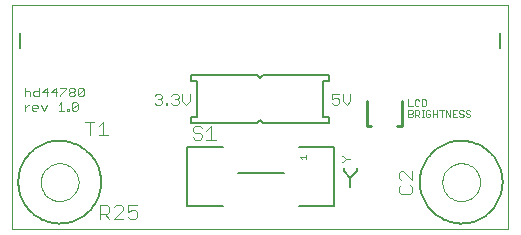
<source format=gto>
G75*
G70*
%OFA0B0*%
%FSLAX24Y24*%
%IPPOS*%
%LPD*%
%AMOC8*
5,1,8,0,0,1.08239X$1,22.5*
%
%ADD10C,0.0000*%
%ADD11C,0.0060*%
%ADD12C,0.0030*%
%ADD13C,0.0020*%
%ADD14C,0.0100*%
%ADD15C,0.0080*%
%ADD16C,0.0040*%
%ADD17C,0.0050*%
%ADD18C,0.0079*%
D10*
X000100Y000264D02*
X000100Y007744D01*
X016635Y007744D01*
X016635Y000264D01*
X000100Y000264D01*
X001045Y001838D02*
X001047Y001888D01*
X001053Y001938D01*
X001063Y001987D01*
X001077Y002035D01*
X001094Y002082D01*
X001115Y002127D01*
X001140Y002171D01*
X001168Y002212D01*
X001200Y002251D01*
X001234Y002288D01*
X001271Y002322D01*
X001311Y002352D01*
X001353Y002379D01*
X001397Y002403D01*
X001443Y002424D01*
X001490Y002440D01*
X001538Y002453D01*
X001588Y002462D01*
X001637Y002467D01*
X001688Y002468D01*
X001738Y002465D01*
X001787Y002458D01*
X001836Y002447D01*
X001884Y002432D01*
X001930Y002414D01*
X001975Y002392D01*
X002018Y002366D01*
X002059Y002337D01*
X002098Y002305D01*
X002134Y002270D01*
X002166Y002232D01*
X002196Y002192D01*
X002223Y002149D01*
X002246Y002105D01*
X002265Y002059D01*
X002281Y002011D01*
X002293Y001962D01*
X002301Y001913D01*
X002305Y001863D01*
X002305Y001813D01*
X002301Y001763D01*
X002293Y001714D01*
X002281Y001665D01*
X002265Y001617D01*
X002246Y001571D01*
X002223Y001527D01*
X002196Y001484D01*
X002166Y001444D01*
X002134Y001406D01*
X002098Y001371D01*
X002059Y001339D01*
X002018Y001310D01*
X001975Y001284D01*
X001930Y001262D01*
X001884Y001244D01*
X001836Y001229D01*
X001787Y001218D01*
X001738Y001211D01*
X001688Y001208D01*
X001637Y001209D01*
X001588Y001214D01*
X001538Y001223D01*
X001490Y001236D01*
X001443Y001252D01*
X001397Y001273D01*
X001353Y001297D01*
X001311Y001324D01*
X001271Y001354D01*
X001234Y001388D01*
X001200Y001425D01*
X001168Y001464D01*
X001140Y001505D01*
X001115Y001549D01*
X001094Y001594D01*
X001077Y001641D01*
X001063Y001689D01*
X001053Y001738D01*
X001047Y001788D01*
X001045Y001838D01*
X014431Y001838D02*
X014433Y001888D01*
X014439Y001938D01*
X014449Y001987D01*
X014463Y002035D01*
X014480Y002082D01*
X014501Y002127D01*
X014526Y002171D01*
X014554Y002212D01*
X014586Y002251D01*
X014620Y002288D01*
X014657Y002322D01*
X014697Y002352D01*
X014739Y002379D01*
X014783Y002403D01*
X014829Y002424D01*
X014876Y002440D01*
X014924Y002453D01*
X014974Y002462D01*
X015023Y002467D01*
X015074Y002468D01*
X015124Y002465D01*
X015173Y002458D01*
X015222Y002447D01*
X015270Y002432D01*
X015316Y002414D01*
X015361Y002392D01*
X015404Y002366D01*
X015445Y002337D01*
X015484Y002305D01*
X015520Y002270D01*
X015552Y002232D01*
X015582Y002192D01*
X015609Y002149D01*
X015632Y002105D01*
X015651Y002059D01*
X015667Y002011D01*
X015679Y001962D01*
X015687Y001913D01*
X015691Y001863D01*
X015691Y001813D01*
X015687Y001763D01*
X015679Y001714D01*
X015667Y001665D01*
X015651Y001617D01*
X015632Y001571D01*
X015609Y001527D01*
X015582Y001484D01*
X015552Y001444D01*
X015520Y001406D01*
X015484Y001371D01*
X015445Y001339D01*
X015404Y001310D01*
X015361Y001284D01*
X015316Y001262D01*
X015270Y001244D01*
X015222Y001229D01*
X015173Y001218D01*
X015124Y001211D01*
X015074Y001208D01*
X015023Y001209D01*
X014974Y001214D01*
X014924Y001223D01*
X014876Y001236D01*
X014829Y001252D01*
X014783Y001273D01*
X014739Y001297D01*
X014697Y001324D01*
X014657Y001354D01*
X014620Y001388D01*
X014586Y001425D01*
X014554Y001464D01*
X014526Y001505D01*
X014501Y001549D01*
X014480Y001594D01*
X014463Y001641D01*
X014449Y001689D01*
X014439Y001738D01*
X014433Y001788D01*
X014431Y001838D01*
D11*
X011581Y002205D02*
X011581Y002312D01*
X011581Y002205D02*
X011367Y001992D01*
X011367Y001672D01*
X011367Y001992D02*
X011154Y002205D01*
X011154Y002312D01*
D12*
X009892Y002617D02*
X009892Y002757D01*
X009892Y002687D02*
X009682Y002687D01*
X009752Y002617D01*
X010807Y004412D02*
X010745Y004474D01*
X010807Y004412D02*
X010930Y004412D01*
X010992Y004474D01*
X010992Y004598D01*
X010930Y004659D01*
X010868Y004659D01*
X010745Y004598D01*
X010745Y004783D01*
X010992Y004783D01*
X011113Y004783D02*
X011113Y004536D01*
X011237Y004412D01*
X011360Y004536D01*
X011360Y004783D01*
X006007Y004783D02*
X006007Y004536D01*
X005884Y004412D01*
X005760Y004536D01*
X005760Y004783D01*
X005639Y004721D02*
X005639Y004659D01*
X005577Y004598D01*
X005639Y004536D01*
X005639Y004474D01*
X005577Y004412D01*
X005454Y004412D01*
X005392Y004474D01*
X005269Y004474D02*
X005269Y004412D01*
X005208Y004412D01*
X005208Y004474D01*
X005269Y004474D01*
X005086Y004474D02*
X005025Y004412D01*
X004901Y004412D01*
X004839Y004474D01*
X004963Y004598D02*
X005025Y004598D01*
X005086Y004536D01*
X005086Y004474D01*
X005025Y004598D02*
X005086Y004659D01*
X005086Y004721D01*
X005025Y004783D01*
X004901Y004783D01*
X004839Y004721D01*
X005392Y004721D02*
X005454Y004783D01*
X005577Y004783D01*
X005639Y004721D01*
X005577Y004598D02*
X005515Y004598D01*
X002470Y004744D02*
X002422Y004696D01*
X002325Y004696D01*
X002277Y004744D01*
X002470Y004938D01*
X002470Y004744D01*
X002277Y004744D02*
X002277Y004938D01*
X002325Y004986D01*
X002422Y004986D01*
X002470Y004938D01*
X002175Y004938D02*
X002175Y004889D01*
X002127Y004841D01*
X002030Y004841D01*
X001982Y004889D01*
X001982Y004938D01*
X002030Y004986D01*
X002127Y004986D01*
X002175Y004938D01*
X001881Y004938D02*
X001687Y004744D01*
X001687Y004696D01*
X001538Y004696D02*
X001538Y004986D01*
X001393Y004841D01*
X001586Y004841D01*
X001687Y004986D02*
X001881Y004986D01*
X001881Y004938D01*
X001982Y004792D02*
X002030Y004841D01*
X001982Y004792D02*
X001982Y004744D01*
X002030Y004696D01*
X002127Y004696D01*
X002175Y004744D01*
X002175Y004792D01*
X002127Y004841D01*
X002129Y004506D02*
X002225Y004506D01*
X002274Y004458D01*
X002080Y004264D01*
X002129Y004216D01*
X002225Y004216D01*
X002274Y004264D01*
X002274Y004458D01*
X002129Y004506D02*
X002080Y004458D01*
X002080Y004264D01*
X001981Y004264D02*
X001981Y004216D01*
X001933Y004216D01*
X001933Y004264D01*
X001981Y004264D01*
X001832Y004216D02*
X001638Y004216D01*
X001735Y004216D02*
X001735Y004506D01*
X001638Y004409D01*
X001242Y004409D02*
X001146Y004216D01*
X001049Y004409D01*
X000948Y004361D02*
X000948Y004312D01*
X000754Y004312D01*
X000754Y004264D02*
X000754Y004361D01*
X000803Y004409D01*
X000899Y004409D01*
X000948Y004361D01*
X000899Y004216D02*
X000803Y004216D01*
X000754Y004264D01*
X000605Y004409D02*
X000509Y004312D01*
X000509Y004216D02*
X000509Y004409D01*
X000605Y004409D02*
X000654Y004409D01*
X000702Y004696D02*
X000702Y004841D01*
X000654Y004889D01*
X000557Y004889D01*
X000509Y004841D01*
X000509Y004986D02*
X000509Y004696D01*
X000803Y004744D02*
X000803Y004841D01*
X000852Y004889D01*
X000997Y004889D01*
X000997Y004986D02*
X000997Y004696D01*
X000852Y004696D01*
X000803Y004744D01*
X001098Y004841D02*
X001292Y004841D01*
X001243Y004696D02*
X001243Y004986D01*
X001098Y004841D01*
D13*
X013299Y004594D02*
X013299Y004374D01*
X013446Y004374D01*
X013520Y004410D02*
X013557Y004374D01*
X013630Y004374D01*
X013667Y004410D01*
X013741Y004374D02*
X013851Y004374D01*
X013888Y004410D01*
X013888Y004557D01*
X013851Y004594D01*
X013741Y004594D01*
X013741Y004374D01*
X013741Y004234D02*
X013814Y004234D01*
X013778Y004234D02*
X013778Y004014D01*
X013814Y004014D02*
X013741Y004014D01*
X013667Y004014D02*
X013593Y004087D01*
X013630Y004087D02*
X013520Y004087D01*
X013520Y004014D02*
X013520Y004234D01*
X013630Y004234D01*
X013667Y004197D01*
X013667Y004124D01*
X013630Y004087D01*
X013446Y004087D02*
X013409Y004124D01*
X013299Y004124D01*
X013299Y004234D02*
X013409Y004234D01*
X013446Y004197D01*
X013446Y004161D01*
X013409Y004124D01*
X013446Y004087D02*
X013446Y004050D01*
X013409Y004014D01*
X013299Y004014D01*
X013299Y004234D01*
X013520Y004410D02*
X013520Y004557D01*
X013557Y004594D01*
X013630Y004594D01*
X013667Y004557D01*
X013925Y004234D02*
X013888Y004197D01*
X013888Y004050D01*
X013925Y004014D01*
X013998Y004014D01*
X014035Y004050D01*
X014035Y004124D01*
X013962Y004124D01*
X014035Y004197D02*
X013998Y004234D01*
X013925Y004234D01*
X014109Y004234D02*
X014109Y004014D01*
X014256Y004014D02*
X014256Y004234D01*
X014330Y004234D02*
X014477Y004234D01*
X014404Y004234D02*
X014404Y004014D01*
X014551Y004014D02*
X014551Y004234D01*
X014698Y004014D01*
X014698Y004234D01*
X014772Y004234D02*
X014772Y004014D01*
X014919Y004014D01*
X014993Y004050D02*
X015030Y004014D01*
X015103Y004014D01*
X015140Y004050D01*
X015140Y004087D01*
X015103Y004124D01*
X015030Y004124D01*
X014993Y004161D01*
X014993Y004197D01*
X015030Y004234D01*
X015103Y004234D01*
X015140Y004197D01*
X015214Y004197D02*
X015214Y004161D01*
X015251Y004124D01*
X015324Y004124D01*
X015361Y004087D01*
X015361Y004050D01*
X015324Y004014D01*
X015251Y004014D01*
X015214Y004050D01*
X015214Y004197D02*
X015251Y004234D01*
X015324Y004234D01*
X015361Y004197D01*
X014919Y004234D02*
X014772Y004234D01*
X014772Y004124D02*
X014846Y004124D01*
X014256Y004124D02*
X014109Y004124D01*
D14*
X013072Y003709D02*
X012935Y003709D01*
X013072Y003709D02*
X013072Y004555D01*
X011931Y004555D02*
X011931Y003709D01*
X012069Y003709D01*
D15*
X016348Y006313D02*
X016348Y006813D01*
X000348Y006813D02*
X000348Y006313D01*
D16*
X002520Y003856D02*
X002827Y003856D01*
X002673Y003856D02*
X002673Y003396D01*
X002980Y003396D02*
X003287Y003396D01*
X003133Y003396D02*
X003133Y003856D01*
X002980Y003703D01*
X006107Y003636D02*
X006107Y003559D01*
X006183Y003482D01*
X006337Y003482D01*
X006414Y003406D01*
X006414Y003329D01*
X006337Y003252D01*
X006183Y003252D01*
X006107Y003329D01*
X006567Y003252D02*
X006874Y003252D01*
X006720Y003252D02*
X006720Y003713D01*
X006567Y003559D01*
X006414Y003636D02*
X006337Y003713D01*
X006183Y003713D01*
X006107Y003636D01*
X011084Y002711D02*
X011131Y002711D01*
X011224Y002618D01*
X011365Y002618D01*
X011224Y002618D02*
X011131Y002524D01*
X011084Y002524D01*
X012971Y002128D02*
X012971Y001975D01*
X013048Y001898D01*
X013048Y001745D02*
X012971Y001668D01*
X012971Y001514D01*
X013048Y001438D01*
X013355Y001438D01*
X013432Y001514D01*
X013432Y001668D01*
X013355Y001745D01*
X013432Y001898D02*
X013125Y002205D01*
X013048Y002205D01*
X012971Y002128D01*
X013432Y002205D02*
X013432Y001898D01*
X004254Y001075D02*
X003947Y001075D01*
X003947Y000845D01*
X004100Y000922D01*
X004177Y000922D01*
X004254Y000845D01*
X004254Y000691D01*
X004177Y000615D01*
X004023Y000615D01*
X003947Y000691D01*
X003793Y000615D02*
X003486Y000615D01*
X003793Y000922D01*
X003793Y000998D01*
X003716Y001075D01*
X003563Y001075D01*
X003486Y000998D01*
X003333Y000998D02*
X003333Y000845D01*
X003256Y000768D01*
X003026Y000768D01*
X003179Y000768D02*
X003333Y000615D01*
X003026Y000615D02*
X003026Y001075D01*
X003256Y001075D01*
X003333Y000998D01*
D17*
X005927Y001051D02*
X007108Y001051D01*
X005927Y001051D02*
X005927Y003020D01*
X007108Y003020D01*
X006068Y003794D02*
X006068Y003994D01*
X006268Y003994D01*
X006268Y005194D01*
X006068Y005194D01*
X006068Y005394D01*
X008268Y005394D01*
X008368Y005294D01*
X008468Y005394D01*
X010668Y005394D01*
X010668Y005194D01*
X010468Y005194D01*
X010468Y003994D01*
X010668Y003994D01*
X010668Y003794D01*
X008468Y003794D01*
X008368Y003894D01*
X008268Y003794D01*
X006068Y003794D01*
X007620Y002153D02*
X009155Y002153D01*
X009667Y003020D02*
X010809Y003020D01*
X010809Y001051D01*
X009667Y001051D01*
D18*
X013683Y001838D02*
X013685Y001912D01*
X013691Y001986D01*
X013701Y002059D01*
X013715Y002132D01*
X013732Y002204D01*
X013754Y002274D01*
X013779Y002344D01*
X013808Y002412D01*
X013841Y002478D01*
X013877Y002543D01*
X013917Y002605D01*
X013959Y002666D01*
X014005Y002724D01*
X014054Y002779D01*
X014106Y002832D01*
X014161Y002882D01*
X014218Y002928D01*
X014278Y002972D01*
X014340Y003012D01*
X014404Y003049D01*
X014470Y003083D01*
X014538Y003113D01*
X014607Y003139D01*
X014678Y003162D01*
X014749Y003180D01*
X014822Y003195D01*
X014895Y003206D01*
X014969Y003213D01*
X015043Y003216D01*
X015116Y003215D01*
X015190Y003210D01*
X015264Y003201D01*
X015337Y003188D01*
X015409Y003171D01*
X015480Y003151D01*
X015550Y003126D01*
X015618Y003098D01*
X015685Y003067D01*
X015750Y003031D01*
X015813Y002993D01*
X015874Y002951D01*
X015933Y002905D01*
X015989Y002857D01*
X016042Y002806D01*
X016092Y002752D01*
X016140Y002695D01*
X016184Y002636D01*
X016226Y002574D01*
X016264Y002511D01*
X016298Y002445D01*
X016329Y002378D01*
X016356Y002309D01*
X016379Y002239D01*
X016399Y002168D01*
X016415Y002095D01*
X016427Y002022D01*
X016435Y001949D01*
X016439Y001875D01*
X016439Y001801D01*
X016435Y001727D01*
X016427Y001654D01*
X016415Y001581D01*
X016399Y001508D01*
X016379Y001437D01*
X016356Y001367D01*
X016329Y001298D01*
X016298Y001231D01*
X016264Y001165D01*
X016226Y001102D01*
X016184Y001040D01*
X016140Y000981D01*
X016092Y000924D01*
X016042Y000870D01*
X015989Y000819D01*
X015933Y000771D01*
X015874Y000725D01*
X015813Y000683D01*
X015750Y000645D01*
X015685Y000609D01*
X015618Y000578D01*
X015550Y000550D01*
X015480Y000525D01*
X015409Y000505D01*
X015337Y000488D01*
X015264Y000475D01*
X015190Y000466D01*
X015116Y000461D01*
X015043Y000460D01*
X014969Y000463D01*
X014895Y000470D01*
X014822Y000481D01*
X014749Y000496D01*
X014678Y000514D01*
X014607Y000537D01*
X014538Y000563D01*
X014470Y000593D01*
X014404Y000627D01*
X014340Y000664D01*
X014278Y000704D01*
X014218Y000748D01*
X014161Y000794D01*
X014106Y000844D01*
X014054Y000897D01*
X014005Y000952D01*
X013959Y001010D01*
X013917Y001071D01*
X013877Y001133D01*
X013841Y001198D01*
X013808Y001264D01*
X013779Y001332D01*
X013754Y001402D01*
X013732Y001472D01*
X013715Y001544D01*
X013701Y001617D01*
X013691Y001690D01*
X013685Y001764D01*
X013683Y001838D01*
X000297Y001838D02*
X000299Y001912D01*
X000305Y001986D01*
X000315Y002059D01*
X000329Y002132D01*
X000346Y002204D01*
X000368Y002274D01*
X000393Y002344D01*
X000422Y002412D01*
X000455Y002478D01*
X000491Y002543D01*
X000531Y002605D01*
X000573Y002666D01*
X000619Y002724D01*
X000668Y002779D01*
X000720Y002832D01*
X000775Y002882D01*
X000832Y002928D01*
X000892Y002972D01*
X000954Y003012D01*
X001018Y003049D01*
X001084Y003083D01*
X001152Y003113D01*
X001221Y003139D01*
X001292Y003162D01*
X001363Y003180D01*
X001436Y003195D01*
X001509Y003206D01*
X001583Y003213D01*
X001657Y003216D01*
X001730Y003215D01*
X001804Y003210D01*
X001878Y003201D01*
X001951Y003188D01*
X002023Y003171D01*
X002094Y003151D01*
X002164Y003126D01*
X002232Y003098D01*
X002299Y003067D01*
X002364Y003031D01*
X002427Y002993D01*
X002488Y002951D01*
X002547Y002905D01*
X002603Y002857D01*
X002656Y002806D01*
X002706Y002752D01*
X002754Y002695D01*
X002798Y002636D01*
X002840Y002574D01*
X002878Y002511D01*
X002912Y002445D01*
X002943Y002378D01*
X002970Y002309D01*
X002993Y002239D01*
X003013Y002168D01*
X003029Y002095D01*
X003041Y002022D01*
X003049Y001949D01*
X003053Y001875D01*
X003053Y001801D01*
X003049Y001727D01*
X003041Y001654D01*
X003029Y001581D01*
X003013Y001508D01*
X002993Y001437D01*
X002970Y001367D01*
X002943Y001298D01*
X002912Y001231D01*
X002878Y001165D01*
X002840Y001102D01*
X002798Y001040D01*
X002754Y000981D01*
X002706Y000924D01*
X002656Y000870D01*
X002603Y000819D01*
X002547Y000771D01*
X002488Y000725D01*
X002427Y000683D01*
X002364Y000645D01*
X002299Y000609D01*
X002232Y000578D01*
X002164Y000550D01*
X002094Y000525D01*
X002023Y000505D01*
X001951Y000488D01*
X001878Y000475D01*
X001804Y000466D01*
X001730Y000461D01*
X001657Y000460D01*
X001583Y000463D01*
X001509Y000470D01*
X001436Y000481D01*
X001363Y000496D01*
X001292Y000514D01*
X001221Y000537D01*
X001152Y000563D01*
X001084Y000593D01*
X001018Y000627D01*
X000954Y000664D01*
X000892Y000704D01*
X000832Y000748D01*
X000775Y000794D01*
X000720Y000844D01*
X000668Y000897D01*
X000619Y000952D01*
X000573Y001010D01*
X000531Y001071D01*
X000491Y001133D01*
X000455Y001198D01*
X000422Y001264D01*
X000393Y001332D01*
X000368Y001402D01*
X000346Y001472D01*
X000329Y001544D01*
X000315Y001617D01*
X000305Y001690D01*
X000299Y001764D01*
X000297Y001838D01*
M02*

</source>
